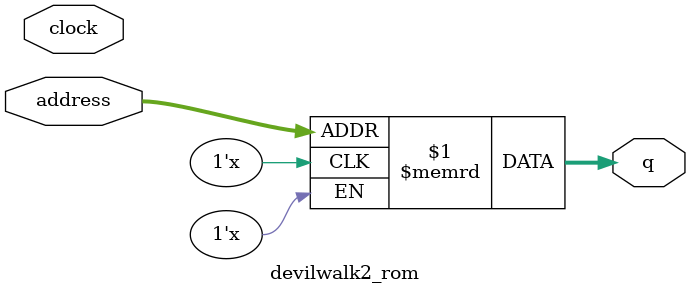
<source format=sv>
module devilwalk2_rom (
	input logic clock,
	input logic [13:0] address,
	output logic [3:0] q
);

logic [3:0] memory [0:9999] /* synthesis ram_init_file = "./devilwalk2/devilwalk2.mif" */;

assign q = memory[address];

endmodule

</source>
